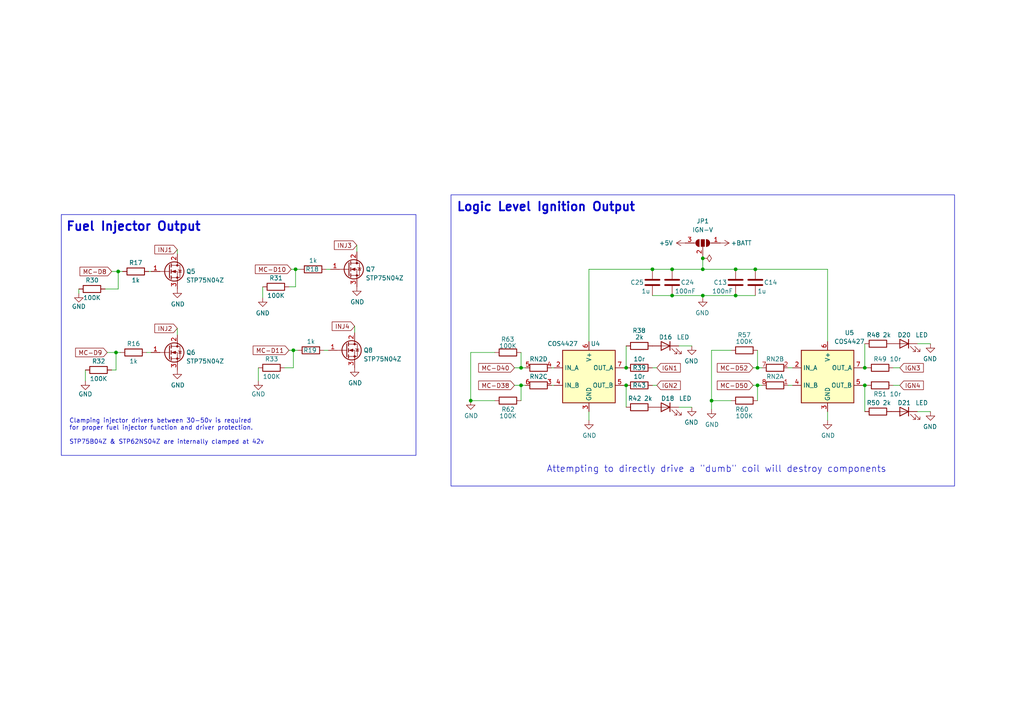
<source format=kicad_sch>
(kicad_sch (version 20231120) (generator "eeschema") (generator_version "8.0")
  (paper "A4")
  (title_block (title "Closed Deck X4") (date "2024-04-25") (rev "A") (company "OpenLogicEFI") (comment 1 "openlogicefi.com"))
  (lib_symbols
    (symbol "Device:C" (pin_numbers hide) (pin_names (offset 0.254))
      (property "Reference" "C" (at 0.635 2.54 0))
      (property "Value" "C" (at 0.635 -2.54 0))
      (symbol "C_0_1"
        (polyline (pts (xy -2.032 -0.762) (xy 2.032 -0.762)) (stroke (width 0.508)))
        (polyline (pts (xy -2.032 0.762) (xy 2.032 0.762)) (stroke (width 0.508)))
      )
      (symbol "C_1_1"
        (pin passive line (at 0 3.81 270) (length 2.794) (name "~") (number "1"))
        (pin passive line (at 0 -3.81 90) (length 2.794) (name "~") (number "2"))
      )
    )
    (symbol "Device:LED" (pin_numbers hide) (pin_names (offset 1.016) hide)
      (property "Reference" "D" (at 0 2.54 0))
      (property "Value" "LED" (at 0 -2.54 0))
      (symbol "LED_0_1"
        (polyline (pts (xy -1.27 -1.27) (xy -1.27 1.27)) (stroke (width 0.254)))
        (polyline (pts (xy -1.27 0) (xy 1.27 0)))
        (polyline (pts (xy 1.27 -1.27) (xy 1.27 1.27) (xy -1.27 0) (xy 1.27 -1.27)) (stroke (width 0.254)))
        (polyline (pts (xy -3.048 -0.762) (xy -4.572 -2.286) (xy -3.81 -2.286) (xy -4.572 -2.286) (xy -4.572 -1.524)))
        (polyline (pts (xy -1.778 -0.762) (xy -3.302 -2.286) (xy -2.54 -2.286) (xy -3.302 -2.286) (xy -3.302 -1.524)))
      )
      (symbol "LED_1_1"
        (pin passive line (at -3.81 0 0) (length 2.54) (name "K") (number "1"))
        (pin passive line (at 3.81 0 180) (length 2.54) (name "A") (number "2"))
      )
    )
    (symbol "Device:R" (pin_numbers hide) (pin_names (offset 0))
      (property "Reference" "R" (at 2.032 0 90))
      (property "Value" "R" (at 0 0 90))
      (symbol "R_0_1"
        (rectangle (start -1.016 -2.54) (end 1.016 2.54) (stroke (width 0.254)))
      )
      (symbol "R_1_1"
        (pin passive line (at 0 3.81 270) (length 1.27) (name "~") (number "1"))
        (pin passive line (at 0 -3.81 90) (length 1.27) (name "~") (number "2"))
      )
    )
    (symbol "Device:R_Pack04_Split" (pin_names (offset 0) hide)
      (property "Reference" "RN" (at 2.032 0 90))
      (property "Value" "R_Pack04_Split" (at 0 0 90))
      (symbol "R_Pack04_Split_0_1"
        (rectangle (start 1.016 2.54) (end -1.016 -2.54) (stroke (width 0.254)))
      )
      (symbol "R_Pack04_Split_1_1"
        (pin passive line (at 0 -3.81 90) (length 1.27) (name "R1.1") (number "1"))
        (pin passive line (at 0 3.81 270) (length 1.27) (name "R1.2") (number "8"))
      )
      (symbol "R_Pack04_Split_2_1"
        (pin passive line (at 0 -3.81 90) (length 1.27) (name "R2.1") (number "2"))
        (pin passive line (at 0 3.81 270) (length 1.27) (name "R2.2") (number "7"))
      )
      (symbol "R_Pack04_Split_3_1"
        (pin passive line (at 0 -3.81 90) (length 1.27) (name "R3.1") (number "3"))
        (pin passive line (at 0 3.81 270) (length 1.27) (name "R3.2") (number "6"))
      )
      (symbol "R_Pack04_Split_4_1"
        (pin passive line (at 0 -3.81 90) (length 1.27) (name "R4.1") (number "4"))
        (pin passive line (at 0 3.81 270) (length 1.27) (name "R4.2") (number "5"))
      )
    )
    (symbol "Driver_FET:MIC4427"
      (property "Reference" "U" (at -7.62 8.89 0))
      (property "Value" "MIC4427" (at 1.27 8.89 0))
      (symbol "MIC4427_0_1"
        (rectangle (start -7.62 -7.62) (end 7.62 7.62) (stroke (width 0.254)) (fill (type background)))
      )
      (symbol "MIC4427_1_1"
        (pin no_connect line (at -7.62 0 0) (length 2.54) hide (name "NC") (number "1"))
        (pin input line (at -10.16 2.54 0) (length 2.54) (name "IN_A") (number "2"))
        (pin power_in line (at 0 -10.16 90) (length 2.54) (name "GND") (number "3"))
        (pin input line (at -10.16 -2.54 0) (length 2.54) (name "IN_B") (number "4"))
        (pin output line (at 10.16 -2.54 180) (length 2.54) (name "OUT_B") (number "5"))
        (pin power_in line (at 0 10.16 270) (length 2.54) (name "V+") (number "6"))
        (pin output line (at 10.16 2.54 180) (length 2.54) (name "OUT_A") (number "7"))
        (pin no_connect line (at 7.62 0 180) (length 2.54) hide (name "NC") (number "8"))
      )
    )
    (symbol "Jumper:SolderJumper_3_Bridged12" (pin_names (offset 0) hide)
      (property "Reference" "JP5" (at 0 6.35 0))
      (property "Value" "Ignition Voltage Selection" (at 0 3.81 0))
      (symbol "SolderJumper_3_Bridged12_0_1"
        (arc (start -1.016 1.016) (mid -2.0276 0) (end -1.016 -1.016))
        (arc (start -1.016 1.016) (mid -2.0276 0) (end -1.016 -1.016) (fill (type outline)))
        (rectangle (start -0.508 1.016) (end 0.508 -1.016) (fill (type outline)))
        (polyline (pts (xy -2.54 0) (xy -2.032 0)))
        (polyline (pts (xy -1.016 1.016) (xy -1.016 -1.016)))
        (polyline (pts (xy 0 -1.27) (xy 0 -1.016)))
        (polyline (pts (xy 1.016 1.016) (xy 1.016 -1.016)))
        (polyline (pts (xy 2.54 0) (xy 2.032 0)))
        (arc (start 1.016 -1.016) (mid 2.0276 0) (end 1.016 1.016))
        (arc (start 1.016 -1.016) (mid 2.0276 0) (end 1.016 1.016) (fill (type outline)))
      )
      (symbol "SolderJumper_3_Bridged12_1_1"
        (pin passive line (at -5.08 0 0) (length 2.54) (name "A") (number "1"))
        (pin passive line (at 0 -3.81 90) (length 2.54) (name "C") (number "2"))
        (pin passive line (at 5.08 0 180) (length 2.54) (name "B") (number "3"))
      )
    )
    (symbol "R_Pack04_SIP_Split_1" (pin_names (offset 0) hide)
      (property "Reference" "RN?" (at 2.54 1.2701 0))
      (property "Value" "R_Pack04_SIP_Split_1" (at 2.54 -1.2699 0))
      (symbol "R_Pack04_SIP_Split_1_0_1"
        (rectangle (start 1.016 2.54) (end -1.016 -2.54) (stroke (width 0.254)))
      )
      (symbol "R_Pack04_SIP_Split_1_1_1"
        (pin passive line (at 0 -3.81 90) (length 1.27) (name "R1.1") (number "1"))
        (pin passive line (at 0 3.81 270) (length 1.27) (name "R1.2") (number "8"))
      )
      (symbol "R_Pack04_SIP_Split_1_2_1"
        (pin passive line (at 0 -3.81 90) (length 1.27) (name "R2.1") (number "3"))
        (pin passive line (at 0 3.81 270) (length 1.27) (name "R2.2") (number "4"))
      )
      (symbol "R_Pack04_SIP_Split_1_3_1"
        (pin passive line (at 0 -3.81 90) (length 1.27) (name "R3.1") (number "5"))
        (pin passive line (at 0 3.81 270) (length 1.27) (name "R3.2") (number "6"))
      )
      (symbol "R_Pack04_SIP_Split_1_4_1"
        (pin passive line (at 0 -3.81 90) (length 1.27) (name "R4.1") (number "7"))
        (pin passive line (at 0 3.81 270) (length 1.27) (name "R4.2") (number "8"))
      )
    )
    (symbol "Transistor_FET:IRF540N" (pin_names hide)
      (property "Reference" "Q" (at 6.35 1.905 0))
      (property "Value" "IRF540N" (at 6.35 0 0))
      (symbol "IRF540N_0_1"
        (polyline (pts (xy 0.254 0) (xy -2.54 0)))
        (polyline (pts (xy 0.254 1.905) (xy 0.254 -1.905)) (stroke (width 0.254)))
        (polyline (pts (xy 0.762 -1.27) (xy 0.762 -2.286)) (stroke (width 0.254)))
        (polyline (pts (xy 0.762 0.508) (xy 0.762 -0.508)) (stroke (width 0.254)))
        (polyline (pts (xy 0.762 2.286) (xy 0.762 1.27)) (stroke (width 0.254)))
        (polyline (pts (xy 2.54 2.54) (xy 2.54 1.778)))
        (polyline (pts (xy 2.54 -2.54) (xy 2.54 0) (xy 0.762 0)))
        (polyline (pts (xy 0.762 -1.778) (xy 3.302 -1.778) (xy 3.302 1.778) (xy 0.762 1.778)))
        (polyline (pts (xy 1.016 0) (xy 2.032 0.381) (xy 2.032 -0.381) (xy 1.016 0)) (fill (type outline)))
        (polyline (pts (xy 2.794 0.508) (xy 2.921 0.381) (xy 3.683 0.381) (xy 3.81 0.254)))
        (polyline (pts (xy 3.302 0.381) (xy 2.921 -0.254) (xy 3.683 -0.254) (xy 3.302 0.381)))
        (circle (center 1.651 0) (radius 2.794) (stroke (width 0.254)))
        (circle (center 2.54 -1.778) (radius 0.254) (fill (type outline)))
        (circle (center 2.54 1.778) (radius 0.254) (fill (type outline)))
      )
      (symbol "IRF540N_1_1"
        (pin input line (at -5.08 0 0) (length 2.54) (name "G") (number "1"))
        (pin passive line (at 2.54 5.08 270) (length 2.54) (name "D") (number "2"))
        (pin passive line (at 2.54 -5.08 90) (length 2.54) (name "S") (number "3"))
      )
    )
    (symbol "power:+5V" (power) (pin_names (offset 0))
      (property "Value" "+5V" (at 0 3.556 0))
      (symbol "+5V_0_1"
        (polyline (pts (xy -0.762 1.27) (xy 0 2.54)))
        (polyline (pts (xy 0 0) (xy 0 2.54)))
        (polyline (pts (xy 0 2.54) (xy 0.762 1.27)))
      )
      (symbol "+5V_1_1"
        (pin power_in line (at 0 0 90) (length 0) hide (name "+5V") (number "1"))
      )
    )
    (symbol "power:+BATT" (power) (pin_names (offset 0))
      (property "Value" "+BATT" (at 0 3.556 0))
      (symbol "+BATT_0_1"
        (polyline (pts (xy -0.762 1.27) (xy 0 2.54)))
        (polyline (pts (xy 0 0) (xy 0 2.54)))
        (polyline (pts (xy 0 2.54) (xy 0.762 1.27)))
      )
      (symbol "+BATT_1_1"
        (pin power_in line (at 0 0 90) (length 0) hide (name "+BATT") (number "1"))
      )
    )
    (symbol "power:GND" (power) (pin_names (offset 0))
      (property "Value" "GND" (at 0 -3.81 0))
      (symbol "GND_0_1"
        (polyline (pts (xy 0 0) (xy 0 -1.27) (xy 1.27 -1.27) (xy 0 -2.54) (xy -1.27 -1.27) (xy 0 -1.27)))
      )
      (symbol "GND_1_1"
        (pin power_in line (at 0 0 270) (length 0) hide (name "GND") (number "1"))
      )
    )
    (symbol "power:PWR_FLAG" (power) (pin_numbers hide) (pin_names (offset 0) hide)
      (property "Value" "PWR_FLAG" (at 0 3.81 0))
      (symbol "PWR_FLAG_0_0"
        (pin power_out line (at 0 0 90) (length 0) (name "pwr") (number "1"))
      )
      (symbol "PWR_FLAG_0_1"
        (polyline (pts (xy 0 0) (xy 0 1.27) (xy -1.016 1.905) (xy 0 2.54) (xy 1.016 1.905) (xy 0 1.27)))
      )
    )
  )
  (junction (at 250.825 106.68))
  (junction (at 213.36 85.725))
  (junction (at 194.945 85.725))
  (junction (at 181.61 111.76))
  (junction (at 250.825 111.76))
  (junction (at 219.71 106.68))
  (junction (at 206.375 116.205))
  (junction (at 194.945 78.105))
  (junction (at 85.725 78.105))
  (junction (at 33.655 102.235))
  (junction (at 34.29 78.74))
  (junction (at 219.71 111.76))
  (junction (at 203.835 78.105))
  (junction (at 219.075 78.105))
  (junction (at 203.835 85.725))
  (junction (at 203.835 74.93))
  (junction (at 136.525 116.205))
  (junction (at 181.61 106.68))
  (junction (at 189.23 78.105))
  (junction (at 213.36 78.105))
  (junction (at 151.13 111.76))
  (junction (at 151.13 106.68))
  (junction (at 85.09 101.6))
  (wire (pts (xy 103.505 71.12) (xy 103.505 73.025)))
  (wire (pts (xy 76.2 86.36) (xy 76.2 83.185)))
  (wire (pts (xy 83.82 101.6) (xy 85.09 101.6)))
  (wire (pts (xy 206.375 116.205) (xy 212.09 116.205)))
  (wire (pts (xy 32.385 107.315) (xy 33.655 107.315)))
  (wire (pts (xy 136.525 102.235) (xy 136.525 116.205)))
  (wire (pts (xy 250.825 111.76) (xy 250.825 119.38)))
  (wire (pts (xy 269.875 99.695) (xy 266.065 99.695)))
  (wire (pts (xy 51.435 95.25) (xy 51.435 97.155)))
  (wire (pts (xy 228.6 111.76) (xy 229.87 111.76)))
  (wire (pts (xy 206.375 101.6) (xy 206.375 116.205)))
  (wire (pts (xy 240.03 78.105) (xy 240.03 99.06)))
  (wire (pts (xy 189.23 111.76) (xy 190.5 111.76)))
  (wire (pts (xy 93.98 101.6) (xy 95.25 101.6)))
  (wire (pts (xy 269.875 119.38) (xy 266.065 119.38)))
  (wire (pts (xy 136.525 102.235) (xy 143.51 102.235)))
  (wire (pts (xy 85.09 106.68) (xy 85.09 101.6)))
  (wire (pts (xy 136.525 116.205) (xy 143.51 116.205)))
  (wire (pts (xy 251.46 106.68) (xy 250.825 106.68)))
  (wire (pts (xy 82.55 106.68) (xy 85.09 106.68)))
  (wire (pts (xy 219.075 85.725) (xy 213.36 85.725)))
  (wire (pts (xy 181.61 111.76) (xy 181.61 118.11)))
  (wire (pts (xy 30.48 83.82) (xy 34.29 83.82)))
  (wire (pts (xy 85.725 83.185) (xy 85.725 78.105)))
  (wire (pts (xy 170.815 119.38) (xy 170.815 121.92)))
  (wire (pts (xy 32.385 78.74) (xy 34.29 78.74)))
  (wire (pts (xy 151.13 111.76) (xy 149.225 111.76)))
  (wire (pts (xy 189.23 106.68) (xy 190.5 106.68)))
  (wire (pts (xy 200.66 100.33) (xy 196.85 100.33)))
  (wire (pts (xy 160.02 111.76) (xy 160.655 111.76)))
  (wire (pts (xy 24.765 110.49) (xy 24.765 107.315)))
  (wire (pts (xy 152.4 111.76) (xy 151.13 111.76)))
  (wire (pts (xy 259.08 106.68) (xy 260.985 106.68)))
  (wire (pts (xy 94.615 78.105) (xy 95.885 78.105)))
  (wire (pts (xy 206.375 101.6) (xy 212.09 101.6)))
  (wire (pts (xy 228.6 106.68) (xy 229.87 106.68)))
  (wire (pts (xy 42.545 102.235) (xy 43.815 102.235)))
  (wire (pts (xy 250.19 106.68) (xy 250.825 106.68)))
  (wire (pts (xy 180.975 111.76) (xy 181.61 111.76)))
  (wire (pts (xy 74.93 110.49) (xy 74.93 106.68)))
  (wire (pts (xy 34.29 83.82) (xy 34.29 78.74)))
  (wire (pts (xy 200.66 118.11) (xy 196.85 118.11)))
  (wire (pts (xy 102.87 94.615) (xy 102.87 96.52)))
  (wire (pts (xy 203.835 85.725) (xy 194.945 85.725)))
  (wire (pts (xy 43.18 78.74) (xy 43.815 78.74)))
  (wire (pts (xy 160.02 106.68) (xy 160.655 106.68)))
  (wire (pts (xy 259.08 111.76) (xy 260.985 111.76)))
  (wire (pts (xy 51.435 72.39) (xy 51.435 73.66)))
  (wire (pts (xy 213.36 85.725) (xy 203.835 85.725)))
  (wire (pts (xy 220.98 111.76) (xy 219.71 111.76)))
  (wire (pts (xy 219.71 111.76) (xy 218.44 111.76)))
  (wire (pts (xy 85.725 78.105) (xy 86.995 78.105)))
  (wire (pts (xy 170.815 78.105) (xy 189.23 78.105)))
  (wire (pts (xy 203.835 74.93) (xy 203.835 78.105)))
  (wire (pts (xy 251.46 111.76) (xy 250.825 111.76)))
  (wire (pts (xy 151.13 111.76) (xy 151.13 116.205)))
  (wire (pts (xy 33.655 107.315) (xy 33.655 102.235)))
  (wire (pts (xy 85.09 101.6) (xy 86.36 101.6)))
  (wire (pts (xy 240.03 78.105) (xy 219.075 78.105)))
  (wire (pts (xy 203.835 74.295) (xy 203.835 74.93)))
  (wire (pts (xy 240.03 119.38) (xy 240.03 121.92)))
  (wire (pts (xy 220.98 106.68) (xy 219.71 106.68)))
  (wire (pts (xy 250.825 99.695) (xy 250.825 106.68)))
  (wire (pts (xy 180.975 106.68) (xy 181.61 106.68)))
  (wire (pts (xy 250.19 111.76) (xy 250.825 111.76)))
  (wire (pts (xy 34.29 78.74) (xy 35.56 78.74)))
  (wire (pts (xy 194.945 78.105) (xy 189.23 78.105)))
  (wire (pts (xy 151.13 102.235) (xy 151.13 106.68)))
  (wire (pts (xy 33.655 102.235) (xy 34.925 102.235)))
  (wire (pts (xy 151.13 106.68) (xy 149.225 106.68)))
  (wire (pts (xy 83.82 83.185) (xy 85.725 83.185)))
  (wire (pts (xy 22.86 85.09) (xy 22.86 83.82)))
  (wire (pts (xy 219.075 78.105) (xy 213.36 78.105)))
  (wire (pts (xy 219.71 106.68) (xy 218.44 106.68)))
  (wire (pts (xy 213.36 78.105) (xy 203.835 78.105)))
  (wire (pts (xy 219.71 111.76) (xy 219.71 116.205)))
  (wire (pts (xy 203.835 86.36) (xy 203.835 85.725)))
  (wire (pts (xy 170.815 78.105) (xy 170.815 99.06)))
  (wire (pts (xy 206.375 118.745) (xy 206.375 116.205)))
  (wire (pts (xy 194.945 85.725) (xy 189.23 85.725)))
  (wire (pts (xy 219.71 101.6) (xy 219.71 106.68)))
  (wire (pts (xy 31.115 102.235) (xy 33.655 102.235)))
  (wire (pts (xy 181.61 100.33) (xy 181.61 106.68)))
  (wire (pts (xy 203.835 78.105) (xy 194.945 78.105)))
  (wire (pts (xy 152.4 106.68) (xy 151.13 106.68)))
  (wire (pts (xy 84.455 78.105) (xy 85.725 78.105)))
  (rectangle (start 130.81 56.515) (end 276.86 140.97))
  (rectangle (start 17.78 62.23) (end 120.65 132.08))
  (text "Clamping injector drivers between 30-50v is required\nfor proper fuel injector function and driver protection.\n\nSTP75B04Z & STP62NS04Z are internally clamped at 42v" (at 20.066 125.222 0) (effects (font (size 1.27 1.27)) (justify left)))
  (text "Fuel Injector Output" (at 19.05 67.31 0) (effects (font (size 2.54 2.54) (thickness 0.508) (bold yes)) (justify left bottom)))
  (text "Logic Level Ignition Output" (at 132.334 61.595 0) (effects (font (size 2.5 2.5) (thickness 0.5) (bold yes)) (justify left bottom)))
  (text "Attempting to directly drive a \"dumb\" coil will destroy components" (at 158.496 136.144 0) (effects (font (size 1.905 1.905)) (justify left)))
  (global_label "MC-D38" (shape input) (at 149.225 111.76 180) (property "Intersheetrefs" "${INTERSHEET_REFS}" (effects (hide yes))))
  (global_label "IGN4" (shape input) (at 260.985 111.76 0) (property "Intersheetrefs" "${INTERSHEET_REFS}" (effects (hide yes))))
  (global_label "IGN2" (shape input) (at 190.5 111.76 0) (property "Intersheetrefs" "${INTERSHEET_REFS}" (effects (hide yes))))
  (global_label "INJ4" (shape input) (at 102.87 94.615 180) (property "Intersheetrefs" "${INTERSHEET_REFS}" (effects (hide yes))))
  (global_label "INJ2" (shape input) (at 51.435 95.25 180) (property "Intersheetrefs" "${INTERSHEET_REFS}" (effects (hide yes))))
  (global_label "MC-D10" (shape input) (at 84.455 78.105 180) (property "Intersheetrefs" "${INTERSHEET_REFS}" (effects (hide yes))))
  (global_label "IGN3" (shape input) (at 260.985 106.68 0) (property "Intersheetrefs" "${INTERSHEET_REFS}" (effects (hide yes))))
  (global_label "MC-D52" (shape input) (at 218.44 106.68 180) (property "Intersheetrefs" "${INTERSHEET_REFS}" (effects (hide yes))))
  (global_label "IGN1" (shape input) (at 190.5 106.68 0) (property "Intersheetrefs" "${INTERSHEET_REFS}" (effects (hide yes))))
  (global_label "INJ3" (shape input) (at 103.505 71.12 180) (property "Intersheetrefs" "${INTERSHEET_REFS}" (effects (hide yes))))
  (global_label "MC-D50" (shape input) (at 218.44 111.76 180) (property "Intersheetrefs" "${INTERSHEET_REFS}" (effects (hide yes))))
  (global_label "MC-D40" (shape input) (at 149.225 106.68 180) (property "Intersheetrefs" "${INTERSHEET_REFS}" (effects (hide yes))))
  (global_label "MC-D9" (shape input) (at 31.115 102.235 180) (property "Intersheetrefs" "${INTERSHEET_REFS}" (effects (hide yes))))
  (global_label "INJ1" (shape input) (at 51.435 72.39 180) (property "Intersheetrefs" "${INTERSHEET_REFS}" (effects (hide yes))))
  (global_label "MC-D8" (shape input) (at 32.385 78.74 180) (property "Intersheetrefs" "${INTERSHEET_REFS}" (effects (hide yes))))
  (global_label "MC-D11" (shape input) (at 83.82 101.6 180) (property "Intersheetrefs" "${INTERSHEET_REFS}" (effects (hide yes))))
  (symbol (lib_id "Device:C") (at 189.23 81.915 0) (mirror y) (unit 1)
    (property "Reference" "C25" (at 184.785 81.915 0))
    (property "Value" "1u" (at 187.325 84.455 0))
    (property "Footprint" "Capacitor_SMD:C_0402_1005Metric" (effects (hide yes)))
    (property "Description" "Unpolarized capacitor" (effects (hide yes)))
    (property "LCSC" "C52923" (effects (hide yes)))
  )
  (symbol (lib_id "Device:C") (at 194.945 81.915 0) (mirror y) (unit 1)
    (property "Reference" "C24" (at 199.39 81.915 0))
    (property "Value" "100nF" (at 198.755 84.455 0))
    (property "Footprint" "Capacitor_SMD:C_0402_1005Metric" (effects (hide yes)))
    (property "Description" "Unpolarized capacitor" (effects (hide yes)))
    (property "LCSC" "C307331" (effects (hide yes)))
  )
  (symbol (lib_id "power:GND") (at 203.835 86.36 0) (mirror y) (unit 1)
    (property "Reference" "#PWR041" (effects (hide yes)))
    (property "Value" "GND" (at 203.708 90.7542 0))
  )
  (symbol (lib_id "Driver_FET:MIC4427") (at 170.815 109.22 0) (unit 1)
    (property "Reference" "U4" (at 172.72 99.695 0))
    (property "Value" "COS4427" (at 163.195 99.695 0))
    (property "Footprint" "Package_SO:SOIC-8_3.9x4.9mm_P1.27mm" (effects (hide yes)))
    (property "Description" "Dual 1.5A-Peak Low-Side MOSFET Driver, DIP-8/SOIC-8/MSOP-8" (effects (hide yes)))
    (property "LCSC" "C2685358" (effects (hide yes)))
  )
  (symbol (lib_id "power:GND") (at 170.815 121.92 0) (unit 1)
    (property "Reference" "#PWR057" (effects (hide yes)))
    (property "Value" "GND" (at 170.942 126.3142 0))
  )
  (symbol (lib_id "Device:R") (at 147.32 116.205 90) (unit 1)
    (property "Reference" "R62" (at 145.415 118.745 90) (effects (justify right)))
    (property "Value" "100K" (at 144.78 120.65 90) (effects (justify right)))
    (property "Footprint" "Resistor_SMD:R_0402_1005Metric" (effects (hide yes)))
    (property "Description" "Resistor" (effects (hide yes)))
    (property "LCSC" "C25741" (effects (hide yes)))
    (property "Manufacture Part Number" "0402WGF1003TCE" (effects (hide yes)))
  )
  (symbol (lib_id "Device:R") (at 147.32 102.235 270) (unit 1)
    (property "Reference" "R63" (at 149.225 98.425 90) (effects (justify right)))
    (property "Value" "100K" (at 149.86 100.33 90) (effects (justify right)))
    (property "Footprint" "Resistor_SMD:R_0402_1005Metric" (effects (hide yes)))
    (property "Description" "Resistor" (effects (hide yes)))
    (property "LCSC" "C25741" (effects (hide yes)))
    (property "Manufacture Part Number" "0402WGF1003TCE" (effects (hide yes)))
  )
  (symbol (lib_id "Driver_FET:MIC4427") (at 240.03 109.22 0) (unit 1)
    (property "Reference" "U5" (at 246.38 96.52 0))
    (property "Value" "COS4427" (at 246.38 99.06 0))
    (property "Footprint" "Package_SO:SOIC-8_3.9x4.9mm_P1.27mm" (effects (hide yes)))
    (property "Description" "Dual 1.5A-Peak Low-Side MOSFET Driver, DIP-8/SOIC-8/MSOP-8" (effects (hide yes)))
    (property "LCSC" "C2685358" (effects (hide yes)))
  )
  (symbol (lib_id "power:GND") (at 240.03 121.92 0) (unit 1)
    (property "Reference" "#PWR048" (effects (hide yes)))
    (property "Value" "GND" (at 240.157 126.3142 0))
  )
  (symbol (lib_id "Device:R") (at 215.9 101.6 270) (unit 1)
    (property "Reference" "R57" (at 217.805 97.155 90) (effects (justify right)))
    (property "Value" "100K" (at 218.44 99.06 90) (effects (justify right)))
    (property "Footprint" "Resistor_SMD:R_0402_1005Metric" (effects (hide yes)))
    (property "Description" "Resistor" (effects (hide yes)))
    (property "LCSC" "C25741" (effects (hide yes)))
    (property "Manufacture Part Number" "0402WGF1003TCE" (effects (hide yes)))
  )
  (symbol (lib_id "Device:R") (at 215.9 116.205 270) (unit 1)
    (property "Reference" "R60" (at 217.17 118.745 90) (effects (justify right)))
    (property "Value" "100K" (at 218.44 120.65 90) (effects (justify right)))
    (property "Footprint" "Resistor_SMD:R_0402_1005Metric" (effects (hide yes)))
    (property "Description" "Resistor" (effects (hide yes)))
    (property "LCSC" "C25741" (effects (hide yes)))
    (property "Manufacture Part Number" "0402WGF1003TCE" (effects (hide yes)))
  )
  (symbol (lib_id "power:+BATT") (at 208.915 70.485 270) (mirror x) (unit 1)
    (property "Reference" "#PWR043" (effects (hide yes)))
    (property "Value" "+BATT" (at 211.963 70.485 90) (effects (justify left)))
  )
  (symbol (lib_id "power:GND") (at 22.86 85.09 0) (unit 1)
    (property "Reference" "#PWR045" (effects (hide yes)))
    (property "Value" "GND" (at 22.86 88.9 0))
  )
  (symbol (lib_id "Device:R") (at 26.67 83.82 90) (unit 1)
    (property "Reference" "R30" (at 24.765 81.28 90) (effects (justify right)))
    (property "Value" "100K" (at 24.13 86.36 90) (effects (justify right)))
    (property "Footprint" "Resistor_SMD:R_0402_1005Metric" (effects (hide yes)))
    (property "Description" "Resistor" (effects (hide yes)))
    (property "LCSC" "C25741" (effects (hide yes)))
    (property "Manufacture Part Number" "0402WGF1003TCE" (effects (hide yes)))
  )
  (symbol (lib_id "power:GND") (at 76.2 86.36 0) (mirror y) (unit 1)
    (property "Reference" "#PWR054" (effects (hide yes)))
    (property "Value" "GND" (at 76.2 90.805 0))
  )
  (symbol (lib_id "Device:R") (at 80.01 83.185 90) (mirror x) (unit 1)
    (property "Reference" "R31" (at 78.105 80.645 90) (effects (justify right)))
    (property "Value" "100K" (at 77.47 85.725 90) (effects (justify right)))
    (property "Footprint" "Resistor_SMD:R_0402_1005Metric" (effects (hide yes)))
    (property "Description" "Resistor" (effects (hide yes)))
    (property "LCSC" "C25741" (effects (hide yes)))
    (property "Manufacture Part Number" "0402WGF1003TCE" (effects (hide yes)))
  )
  (symbol (lib_id "power:GND") (at 74.93 110.49 0) (unit 1)
    (property "Reference" "#PWR053" (effects (hide yes)))
    (property "Value" "GND" (at 74.93 114.3 0))
  )
  (symbol (lib_id "Device:R") (at 78.74 106.68 90) (unit 1)
    (property "Reference" "R33" (at 76.835 104.14 90) (effects (justify right)))
    (property "Value" "100K" (at 76.2 109.22 90) (effects (justify right)))
    (property "Footprint" "Resistor_SMD:R_0402_1005Metric" (effects (hide yes)))
    (property "Description" "Resistor" (effects (hide yes)))
    (property "LCSC" "C25741" (effects (hide yes)))
    (property "Manufacture Part Number" "0402WGF1003TCE" (effects (hide yes)))
  )
  (symbol (lib_id "power:GND") (at 24.765 110.49 0) (unit 1)
    (property "Reference" "#PWR044" (effects (hide yes)))
    (property "Value" "GND" (at 24.765 114.3 0))
  )
  (symbol (lib_id "Device:R") (at 28.575 107.315 90) (unit 1)
    (property "Reference" "R32" (at 26.67 104.775 90) (effects (justify right)))
    (property "Value" "100K" (at 26.035 109.855 90) (effects (justify right)))
    (property "Footprint" "Resistor_SMD:R_0402_1005Metric" (effects (hide yes)))
    (property "Description" "Resistor" (effects (hide yes)))
    (property "LCSC" "C25741" (effects (hide yes)))
    (property "Manufacture Part Number" "0402WGF1003TCE" (effects (hide yes)))
  )
  (symbol (lib_id "Device:LED") (at 193.04 100.33 0) (mirror y) (unit 1)
    (property "Reference" "D16" (at 193.04 97.79 0))
    (property "Value" "LED" (at 198.12 97.79 0))
    (property "Footprint" "LED_SMD:LED_0603_1608Metric" (effects (hide yes)))
    (property "Description" "Light emitting diode" (effects (hide yes)))
    (property "LCSC" "C2286" (effects (hide yes)))
    (property "Manufacture Part Number" "KT-0603R" (effects (hide yes)))
  )
  (symbol (lib_id "power:GND") (at 51.435 83.82 0) (unit 1)
    (property "Reference" "#PWR049" (effects (hide yes)))
    (property "Value" "GND" (at 51.562 88.2142 0))
  )
  (symbol (lib_id "Device:R") (at 38.735 102.235 90) (unit 1)
    (property "Reference" "R16" (at 38.735 99.695 90))
    (property "Value" "1k" (at 38.735 104.775 90))
    (property "Footprint" "Resistor_SMD:R_0402_1005Metric" (effects (hide yes)))
    (property "Description" "Resistor" (effects (hide yes)))
    (property "LCSC" "C11702" (effects (hide yes)))
    (property "Manufacture Part Number" "0402WGF1001TCE" (effects (hide yes)))
  )
  (symbol (lib_id "Device:R") (at 185.42 118.11 270) (unit 1)
    (property "Reference" "R42" (at 186.055 115.57 90) (effects (justify right)))
    (property "Value" "2k" (at 189.23 115.57 90) (effects (justify right)))
    (property "Footprint" "Resistor_SMD:R_0402_1005Metric" (effects (hide yes)))
    (property "Description" "Resistor" (effects (hide yes)))
    (property "LCSC" "C4109" (effects (hide yes)))
    (property "Manufacture Part Number" "0402WGF2001TCE" (effects (hide yes)))
  )
  (symbol (lib_id "Device:LED") (at 262.255 99.695 0) (mirror y) (unit 1)
    (property "Reference" "D20" (at 262.255 97.155 0))
    (property "Value" "LED" (at 267.335 97.155 0))
    (property "Footprint" "LED_SMD:LED_0603_1608Metric" (effects (hide yes)))
    (property "Description" "Light emitting diode" (effects (hide yes)))
    (property "LCSC" "C2286" (effects (hide yes)))
    (property "Manufacture Part Number" "KT-0603R" (effects (hide yes)))
  )
  (symbol (lib_id "power:GND") (at 269.875 99.695 0) (mirror y) (unit 1)
    (property "Reference" "#PWR0105" (effects (hide yes)))
    (property "Value" "GND" (at 269.748 104.0892 0))
  )
  (symbol (lib_id "power:GND") (at 51.435 107.315 0) (unit 1)
    (property "Reference" "#PWR050" (effects (hide yes)))
    (property "Value" "GND" (at 51.562 111.7092 0))
  )
  (symbol (lib_id "Device:R") (at 255.27 111.76 90) (mirror x) (unit 1)
    (property "Reference" "R51" (at 255.27 114.3 90))
    (property "Value" "10r" (at 259.715 114.3 90))
    (property "Footprint" "Resistor_SMD:R_0805_2012Metric" (effects (hide yes)))
    (property "Description" "Resistor" (effects (hide yes)))
    (property "LCSC" "C17415" (effects (hide yes)))
    (property "Manufacture Part Number" "0805W8F100JT5E" (effects (hide yes)))
  )
  (symbol (lib_id "power:GND") (at 200.66 118.11 0) (mirror y) (unit 1)
    (property "Reference" "#PWR083" (effects (hide yes)))
    (property "Value" "GND" (at 200.533 122.5042 0))
  )
  (symbol (lib_id "Device:LED") (at 262.255 119.38 0) (mirror y) (unit 1)
    (property "Reference" "D21" (at 262.255 116.84 0))
    (property "Value" "LED" (at 267.335 116.84 0))
    (property "Footprint" "LED_SMD:LED_0603_1608Metric" (effects (hide yes)))
    (property "Description" "Light emitting diode" (effects (hide yes)))
    (property "LCSC" "C2286" (effects (hide yes)))
    (property "Manufacture Part Number" "KT-0603R" (effects (hide yes)))
  )
  (symbol (lib_id "power:GND") (at 269.875 119.38 0) (mirror y) (unit 1)
    (property "Reference" "#PWR0107" (effects (hide yes)))
    (property "Value" "GND" (at 269.748 123.7742 0))
  )
  (symbol (lib_id "Device:R") (at 254.635 99.695 270) (unit 1)
    (property "Reference" "R48" (at 255.27 97.155 90) (effects (justify right)))
    (property "Value" "2k" (at 258.445 97.155 90) (effects (justify right)))
    (property "Footprint" "Resistor_SMD:R_0402_1005Metric" (effects (hide yes)))
    (property "Description" "Resistor" (effects (hide yes)))
    (property "LCSC" "C4109" (effects (hide yes)))
    (property "Manufacture Part Number" "0402WGF2001TCE" (effects (hide yes)))
  )
  (symbol (lib_id "power:GND") (at 103.505 83.185 0) (unit 1)
    (property "Reference" "#PWR058" (effects (hide yes)))
    (property "Value" "GND" (at 103.632 87.5792 0))
  )
  (symbol (lib_id "Device:R_Pack04_Split") (at 156.21 106.68 90) (unit 4)
    (property "Reference" "RN2" (at 156.21 104.14 90))
    (property "Value" "1k" (effects (hide yes)))
    (property "Footprint" "Resistor_SMD:R_Array_Concave_4x0603" (effects (hide yes)))
    (property "Description" "4 resistor network, parallel topology, split" (effects (hide yes)))
    (property "LCSC" "C20197" (effects (hide yes)))
    (property "Manufacture Part Number" "4D03WGJ0102T5E" (effects (hide yes)))
  )
  (symbol (lib_id "Transistor_FET:IRF540N") (at 48.895 78.74 0) (unit 1) (in_bom no)
    (property "Reference" "Q5" (at 53.975 78.74 0) (effects (justify left)))
    (property "Value" "STP75N04Z" (at 53.975 81.28 0) (effects (justify left)))
    (property "Footprint" "Package_TO_SOT_THT:TO-220-3_Vertical" (effects (hide yes)))
    (property "Description" "33A Id, 100V Vds, HEXFET N-Channel MOSFET, TO-220" (effects (hide yes)))
  )
  (symbol (lib_name "R_Pack04_SIP_Split_1") (lib_id "Device:R_Pack04_SIP_Split") (at 224.79 111.76 90) (unit 1)
    (property "Reference" "RN2" (at 224.79 109.22 90))
    (property "Value" "1k" (effects (hide yes)))
    (property "Footprint" "Resistor_SMD:R_Array_Concave_4x0603" (effects (hide yes)))
    (property "Description" "4 resistor network, parallel topology, split" (effects (hide yes)))
    (property "LCSC" "C20197" (effects (hide yes)))
    (property "Manufacture Part Number" "4D03WGJ0102T5E" (effects (hide yes)))
  )
  (symbol (lib_id "Transistor_FET:IRF540N") (at 100.965 78.105 0) (unit 1) (in_bom no)
    (property "Reference" "Q7" (at 106.045 78.105 0) (effects (justify left)))
    (property "Value" "STP75N04Z" (at 106.045 80.645 0) (effects (justify left)))
    (property "Footprint" "Package_TO_SOT_THT:TO-220-3_Vertical" (effects (hide yes)))
    (property "Description" "33A Id, 100V Vds, HEXFET N-Channel MOSFET, TO-220" (effects (hide yes)))
  )
  (symbol (lib_id "Device:R") (at 185.42 106.68 90) (mirror x) (unit 1)
    (property "Reference" "R39" (at 185.42 106.68 90))
    (property "Value" "10r" (at 185.42 104.14 90))
    (property "Footprint" "Resistor_SMD:R_0805_2012Metric" (effects (hide yes)))
    (property "Description" "Resistor" (effects (hide yes)))
    (property "LCSC" "C17415" (effects (hide yes)))
    (property "Manufacture Part Number" "0805W8F100JT5E" (effects (hide yes)))
  )
  (symbol (lib_id "Jumper:SolderJumper_3_Bridged12") (at 203.835 70.485 0) (mirror y) (unit 1) (in_bom no)
    (property "Reference" "JP1" (at 203.835 64.135 0))
    (property "Value" "IGN-V" (at 203.835 66.675 0))
    (property "Footprint" "Detonation:1x03-Proto" (effects (hide yes)))
    (property "Description" "3-pole Solder Jumper, pins 1+2 closed/bridged" (effects (hide yes)))
  )
  (symbol (lib_id "Device:R") (at 90.17 101.6 90) (unit 1)
    (property "Reference" "R19" (at 89.916 101.6 90))
    (property "Value" "1k" (at 90.17 99.06 90))
    (property "Footprint" "Resistor_SMD:R_0402_1005Metric" (effects (hide yes)))
    (property "Description" "Resistor" (effects (hide yes)))
    (property "LCSC" "C11702" (effects (hide yes)))
    (property "Manufacture Part Number" "0402WGF1001TCE" (effects (hide yes)))
  )
  (symbol (lib_id "Transistor_FET:IRF540N") (at 48.895 102.235 0) (unit 1) (in_bom no)
    (property "Reference" "Q6" (at 53.975 102.235 0) (effects (justify left)))
    (property "Value" "STP75N04Z" (at 53.975 104.775 0) (effects (justify left)))
    (property "Footprint" "Package_TO_SOT_THT:TO-220-3_Vertical" (effects (hide yes)))
    (property "Description" "33A Id, 100V Vds, HEXFET N-Channel MOSFET, TO-220" (effects (hide yes)))
  )
  (symbol (lib_id "Device:R_Pack04_Split") (at 224.79 106.68 90) (unit 2)
    (property "Reference" "RN2" (at 224.79 104.14 90))
    (property "Value" "1k" (effects (hide yes)))
    (property "Footprint" "Resistor_SMD:R_Array_Concave_4x0603" (effects (hide yes)))
    (property "Description" "4 resistor network, parallel topology, split" (effects (hide yes)))
    (property "LCSC" "C20197" (effects (hide yes)))
    (property "Manufacture Part Number" "4D03WGJ0102T5E" (effects (hide yes)))
  )
  (symbol (lib_id "Device:R") (at 254.635 119.38 270) (unit 1)
    (property "Reference" "R50" (at 255.27 116.84 90) (effects (justify right)))
    (property "Value" "2k" (at 258.445 116.84 90) (effects (justify right)))
    (property "Footprint" "Resistor_SMD:R_0402_1005Metric" (effects (hide yes)))
    (property "Description" "Resistor" (effects (hide yes)))
    (property "LCSC" "C4109" (effects (hide yes)))
    (property "Manufacture Part Number" "0402WGF2001TCE" (effects (hide yes)))
  )
  (symbol (lib_id "power:+5V") (at 198.755 70.485 90) (mirror x) (unit 1)
    (property "Reference" "#PWR042" (effects (hide yes)))
    (property "Value" "+5V" (at 191.135 70.485 90) (effects (justify right)))
  )
  (symbol (lib_id "Device:R") (at 185.42 111.76 90) (mirror x) (unit 1)
    (property "Reference" "R43" (at 185.42 111.76 90))
    (property "Value" "10r" (at 185.42 109.22 90))
    (property "Footprint" "Resistor_SMD:R_0805_2012Metric" (effects (hide yes)))
    (property "Description" "Resistor" (effects (hide yes)))
    (property "LCSC" "C17415" (effects (hide yes)))
    (property "Manufacture Part Number" "0805W8F100JT5E" (effects (hide yes)))
  )
  (symbol (lib_id "Device:R") (at 90.805 78.105 90) (unit 1)
    (property "Reference" "R18" (at 90.551 78.105 90))
    (property "Value" "1k" (at 90.805 75.565 90))
    (property "Footprint" "Resistor_SMD:R_0402_1005Metric" (effects (hide yes)))
    (property "Description" "Resistor" (effects (hide yes)))
    (property "LCSC" "C11702" (effects (hide yes)))
    (property "Manufacture Part Number" "0402WGF1001TCE" (effects (hide yes)))
  )
  (symbol (lib_id "power:GND") (at 102.87 106.68 0) (unit 1)
    (property "Reference" "#PWR059" (effects (hide yes)))
    (property "Value" "GND" (at 102.997 111.0742 0))
  )
  (symbol (lib_id "Device:LED") (at 193.04 118.11 0) (mirror y) (unit 1)
    (property "Reference" "D18" (at 193.675 115.57 0))
    (property "Value" "LED" (at 198.755 115.57 0))
    (property "Footprint" "LED_SMD:LED_0603_1608Metric" (effects (hide yes)))
    (property "Description" "Light emitting diode" (effects (hide yes)))
    (property "LCSC" "C2286" (effects (hide yes)))
    (property "Manufacture Part Number" "KT-0603R" (effects (hide yes)))
  )
  (symbol (lib_id "power:GND") (at 136.525 116.205 0) (unit 1)
    (property "Reference" "#PWR0113" (effects (hide yes)))
    (property "Value" "GND" (at 136.652 120.5992 0))
  )
  (symbol (lib_id "Device:R") (at 185.42 100.33 270) (unit 1)
    (property "Reference" "R38" (at 187.325 95.885 90) (effects (justify right)))
    (property "Value" "2k" (at 186.69 97.79 90) (effects (justify right)))
    (property "Footprint" "Resistor_SMD:R_0402_1005Metric" (effects (hide yes)))
    (property "Description" "Resistor" (effects (hide yes)))
    (property "LCSC" "C4109" (effects (hide yes)))
    (property "Manufacture Part Number" "0402WGF2001TCE" (effects (hide yes)))
  )
  (symbol (lib_id "Device:R_Pack04_Split") (at 156.21 111.76 90) (unit 3)
    (property "Reference" "RN2" (at 156.21 109.22 90))
    (property "Value" "1k" (effects (hide yes)))
    (property "Footprint" "Resistor_SMD:R_Array_Concave_4x0603" (effects (hide yes)))
    (property "Description" "4 resistor network, parallel topology, split" (effects (hide yes)))
    (property "LCSC" "C20197" (effects (hide yes)))
    (property "Manufacture Part Number" "4D03WGJ0102T5E" (effects (hide yes)))
  )
  (symbol (lib_id "power:PWR_FLAG") (at 203.835 74.93 270) (mirror x) (unit 1)
    (property "Reference" "#FLG05" (effects (hide yes)))
    (property "Value" "PWR_FLAG" (effects (hide yes)))
  )
  (symbol (lib_id "power:GND") (at 206.375 118.745 0) (unit 1)
    (property "Reference" "#PWR0117" (effects (hide yes)))
    (property "Value" "GND" (at 206.502 123.1392 0))
  )
  (symbol (lib_id "Device:C") (at 213.36 81.915 0) (unit 1)
    (property "Reference" "C13" (at 208.915 81.915 0))
    (property "Value" "100nF" (at 209.55 84.455 0))
    (property "Footprint" "Capacitor_SMD:C_0402_1005Metric" (effects (hide yes)))
    (property "Description" "Unpolarized capacitor" (effects (hide yes)))
    (property "LCSC" "C307331" (effects (hide yes)))
  )
  (symbol (lib_id "Device:R") (at 39.37 78.74 90) (unit 1)
    (property "Reference" "R17" (at 39.37 76.2 90))
    (property "Value" "1k" (at 39.37 81.28 90))
    (property "Footprint" "Resistor_SMD:R_0402_1005Metric" (effects (hide yes)))
    (property "Description" "Resistor" (effects (hide yes)))
    (property "LCSC" "C11702" (effects (hide yes)))
    (property "Manufacture Part Number" "0402WGF1001TCE" (effects (hide yes)))
  )
  (symbol (lib_id "Device:C") (at 219.075 81.915 0) (unit 1)
    (property "Reference" "C14" (at 223.52 81.915 0))
    (property "Value" "1u" (at 220.98 84.455 0))
    (property "Footprint" "Capacitor_SMD:C_0402_1005Metric" (effects (hide yes)))
    (property "Description" "Unpolarized capacitor" (effects (hide yes)))
    (property "LCSC" "C52923" (effects (hide yes)))
  )
  (symbol (lib_id "Transistor_FET:IRF540N") (at 100.33 101.6 0) (unit 1) (in_bom no)
    (property "Reference" "Q8" (at 105.41 101.6 0) (effects (justify left)))
    (property "Value" "STP75N04Z" (at 105.41 104.14 0) (effects (justify left)))
    (property "Footprint" "Package_TO_SOT_THT:TO-220-3_Vertical" (effects (hide yes)))
    (property "Description" "33A Id, 100V Vds, HEXFET N-Channel MOSFET, TO-220" (effects (hide yes)))
  )
  (symbol (lib_id "power:GND") (at 200.66 100.33 0) (mirror y) (unit 1)
    (property "Reference" "#PWR063" (effects (hide yes)))
    (property "Value" "GND" (at 200.533 104.7242 0))
  )
  (symbol (lib_id "Device:R") (at 255.27 106.68 90) (mirror x) (unit 1)
    (property "Reference" "R49" (at 255.27 104.14 90))
    (property "Value" "10r" (at 259.715 104.14 90))
    (property "Footprint" "Resistor_SMD:R_0805_2012Metric" (effects (hide yes)))
    (property "Description" "Resistor" (effects (hide yes)))
    (property "LCSC" "C17415" (effects (hide yes)))
    (property "Manufacture Part Number" "0805W8F100JT5E" (effects (hide yes)))
  )
)
</source>
